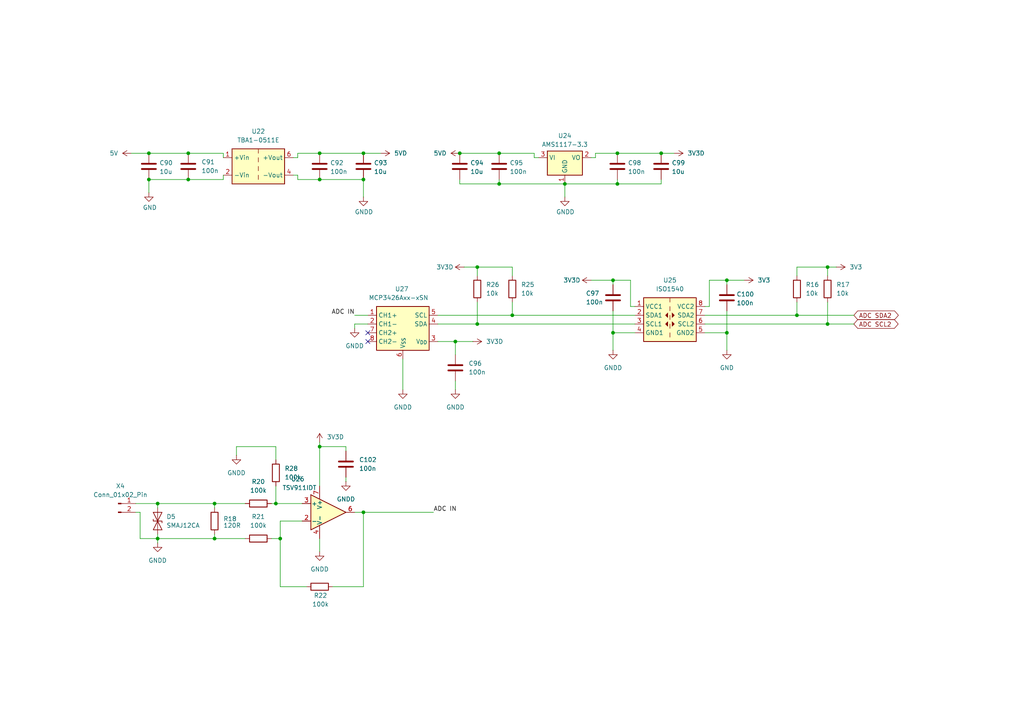
<source format=kicad_sch>
(kicad_sch (version 20250114) (generator "eeschema") (generator_version "9.0")
  (paper "A4")
  (title_block (date "2025-05-20") (rev "V1") (company "TVZ"))
  (lib_symbols
    (symbol "Amplifier_Operational:TSV911IDT" (pin_names (offset 0.127))
      (property "Reference" "U" (at 0 6.35 0))
      (property "Value" "TSV911IDT" (at 0 3.81 0))
      (symbol "TSV911IDT_0_1"
        (polyline (pts (xy -5.08 5.08) (xy 5.08 0) (xy -5.08 -5.08) (xy -5.08 5.08)) (stroke (width 0.254)) (fill (type background)))
      )
      (symbol "TSV911IDT_1_1"
        (pin input line (at -7.62 2.54 0) (length 2.54) (name "+") (number "3"))
        (pin input line (at -7.62 -2.54 0) (length 2.54) (name "-") (number "2"))
        (pin power_in line (at -2.54 7.62 270) (length 3.81) (name "V+") (number "7"))
        (pin no_connect line (at -2.54 2.54 270) (length 2.54) (hide yes) (name "NC") (number "1"))
        (pin power_in line (at -2.54 -7.62 90) (length 3.81) (name "V-") (number "4"))
        (pin no_connect line (at 0 2.54 270) (length 2.54) (hide yes) (name "NC") (number "5"))
        (pin no_connect line (at 0 -2.54 90) (length 2.54) (hide yes) (name "NC") (number "8"))
        (pin output line (at 7.62 0 180) (length 2.54) (name "~") (number "6"))
      )
    )
    (symbol "Analog_ADC:MCP3426Axx-xSN"
      (property "Reference" "U27" (at 2.1433 12.7 0))
      (property "Value" "MCP3426Axx-xSN" (at 2.1433 10.16 0))
      (symbol "MCP3426Axx-xSN_0_1"
        (rectangle (start -7.62 7.62) (end 7.62 -5.08) (stroke (width 0.254)) (fill (type background)))
      )
      (symbol "MCP3426Axx-xSN_1_1"
        (pin input line (at -10.16 5.08 0) (length 2.54) (name "CH1+") (number "1"))
        (pin input line (at -10.16 2.54 0) (length 2.54) (name "CH1-") (number "2"))
        (pin input line (at -10.16 0 0) (length 2.54) (name "CH2+") (number "7"))
        (pin input line (at -10.16 -2.54 0) (length 2.54) (name "CH2-") (number "8"))
        (pin power_in line (at 0 -7.62 90) (length 2.54) (name "V_{SS}") (number "6"))
        (pin input line (at 10.16 5.08 180) (length 2.54) (name "SCL") (number "5"))
        (pin bidirectional line (at 10.16 2.54 180) (length 2.54) (name "SDA") (number "4"))
        (pin power_in line (at 10.16 -2.54 180) (length 2.54) (name "V_{DD}") (number "3"))
      )
    )
    (symbol "Connector:Conn_01x02_Pin" (pin_names (offset 1.016) (hide yes))
      (property "Reference" "J" (at 0 2.54 0))
      (property "Value" "Conn_01x02_Pin" (at 0 -5.08 0))
      (symbol "Conn_01x02_Pin_1_1"
        (rectangle (start 0.8636 0.127) (end 0 -0.127) (stroke (width 0.1524)) (fill (type outline)))
        (rectangle (start 0.8636 -2.413) (end 0 -2.667) (stroke (width 0.1524)) (fill (type outline)))
        (polyline (pts (xy 1.27 0) (xy 0.8636 0)) (stroke (width 0.1524)))
        (polyline (pts (xy 1.27 -2.54) (xy 0.8636 -2.54)) (stroke (width 0.1524)))
        (pin passive line (at 5.08 0 180) (length 3.81) (name "Pin_1") (number "1"))
        (pin passive line (at 5.08 -2.54 180) (length 3.81) (name "Pin_2") (number "2"))
      )
    )
    (symbol "Converter_DCDC:TBA1-0511E"
      (property "Reference" "U" (at -6.35 6.35 0))
      (property "Value" "TBA1-0511E" (at 2.54 6.35 0))
      (symbol "TBA1-0511E_0_1"
        (rectangle (start -7.62 5.08) (end 7.62 -5.08) (stroke (width 0.254)) (fill (type background)))
        (polyline (pts (xy 0 5.08) (xy 0 3.81)))
        (polyline (pts (xy 0 2.54) (xy 0 1.27)))
        (polyline (pts (xy 0 0) (xy 0 -1.27)))
        (polyline (pts (xy 0 -2.54) (xy 0 -3.81)))
      )
      (symbol "TBA1-0511E_1_1"
        (pin power_in line (at -10.16 2.54 0) (length 2.54) (name "+Vin") (number "1"))
        (pin power_in line (at -10.16 -2.54 0) (length 2.54) (name "-Vin") (number "2"))
        (pin power_out line (at 10.16 2.54 180) (length 2.54) (name "+Vout") (number "6"))
        (pin power_out line (at 10.16 -2.54 180) (length 2.54) (name "-Vout") (number "4"))
      )
    )
    (symbol "Device:C" (pin_numbers (hide yes)) (pin_names (offset 0.254))
      (property "Reference" "C" (at 0.635 2.54 0))
      (property "Value" "C" (at 0.635 -2.54 0))
      (symbol "C_0_1"
        (polyline (pts (xy -2.032 0.762) (xy 2.032 0.762)) (stroke (width 0.508)))
        (polyline (pts (xy -2.032 -0.762) (xy 2.032 -0.762)) (stroke (width 0.508)))
      )
      (symbol "C_1_1"
        (pin passive line (at 0 3.81 270) (length 2.794) (name "~") (number "1"))
        (pin passive line (at 0 -3.81 90) (length 2.794) (name "~") (number "2"))
      )
    )
    (symbol "Device:R" (pin_numbers (hide yes)) (pin_names (offset 0))
      (property "Reference" "R" (at 2.032 0 90))
      (property "Value" "R" (at 0 0 90))
      (symbol "R_0_1"
        (rectangle (start -1.016 -2.54) (end 1.016 2.54) (stroke (width 0.254)))
      )
      (symbol "R_1_1"
        (pin passive line (at 0 3.81 270) (length 1.27) (name "~") (number "1"))
        (pin passive line (at 0 -3.81 90) (length 1.27) (name "~") (number "2"))
      )
    )
    (symbol "Diode:SMAJ12CA" (pin_numbers (hide yes)) (pin_names (offset 1.016) (hide yes))
      (property "Reference" "D" (at 0 2.54 0))
      (property "Value" "SMAJ12CA" (at 0 -2.54 0))
      (symbol "SMAJ12CA_0_1"
        (polyline (pts (xy -2.54 -1.27) (xy 0 0) (xy -2.54 1.27) (xy -2.54 -1.27)) (stroke (width 0.2032)))
        (polyline (pts (xy 0.508 1.27) (xy 0 1.27) (xy 0 -1.27) (xy -0.508 -1.27)) (stroke (width 0.2032)))
        (polyline (pts (xy 1.27 0) (xy -1.27 0)))
        (polyline (pts (xy 2.54 1.27) (xy 2.54 -1.27) (xy 0 0) (xy 2.54 1.27)) (stroke (width 0.2032)))
      )
      (symbol "SMAJ12CA_1_1"
        (pin passive line (at -3.81 0 0) (length 2.54) (name "A1") (number "1"))
        (pin passive line (at 3.81 0 180) (length 2.54) (name "A2") (number "2"))
      )
    )
    (symbol "Isolator:ISO1540"
      (property "Reference" "U" (at -6.35 6.35 0))
      (property "Value" "ISO1540" (at 3.81 6.35 0))
      (symbol "ISO1540_0_1"
        (rectangle (start -7.62 5.08) (end 7.62 -7.62) (stroke (width 0.254)) (fill (type background)))
        (polyline (pts (xy -0.635 0.635) (xy -1.27 0) (xy -0.635 -0.635) (xy -0.635 0.635)) (fill (type outline)))
        (polyline (pts (xy 0 5.08) (xy 0 3.81)))
        (polyline (pts (xy 0 2.54) (xy 0 1.27)))
        (polyline (pts (xy 0 0) (xy 0 -1.27)))
        (polyline (pts (xy 0 -2.54) (xy 0 -3.81)))
        (rectangle (start 0 -5.08) (end 0 -6.35))
        (polyline (pts (xy 0.635 0.635) (xy 1.27 0) (xy 0.635 -0.635) (xy 0.635 0.635)) (fill (type outline)))
        (polyline (pts (xy 0.635 -1.905) (xy 1.27 -2.54) (xy 0.635 -3.175) (xy 0.635 -1.905)) (fill (type outline)))
      )
      (symbol "ISO1540_1_1"
        (polyline (pts (xy -0.635 -1.905) (xy -1.27 -2.54) (xy -0.635 -3.175) (xy -0.635 -1.905)) (fill (type outline)))
        (pin power_in line (at -10.16 2.54 0) (length 2.54) (name "VCC1") (number "1"))
        (pin bidirectional line (at -10.16 0 0) (length 2.54) (name "SDA1") (number "2"))
        (pin bidirectional line (at -10.16 -2.54 0) (length 2.54) (name "SCL1") (number "3"))
        (pin power_in line (at -10.16 -5.08 0) (length 2.54) (name "GND1") (number "4"))
        (pin power_in line (at 10.16 2.54 180) (length 2.54) (name "VCC2") (number "8"))
        (pin bidirectional line (at 10.16 0 180) (length 2.54) (name "SDA2") (number "7"))
        (pin bidirectional line (at 10.16 -2.54 180) (length 2.54) (name "SCL2") (number "6"))
        (pin power_in line (at 10.16 -5.08 180) (length 2.54) (name "GND2") (number "5"))
      )
    )
    (symbol "Regulator_Linear:AMS1117-3.3"
      (property "Reference" "U" (at -3.81 3.175 0))
      (property "Value" "AMS1117-3.3" (at 0 3.175 0))
      (symbol "AMS1117-3.3_0_1"
        (rectangle (start -5.08 -5.08) (end 5.08 1.905) (stroke (width 0.254)) (fill (type background)))
      )
      (symbol "AMS1117-3.3_1_1"
        (pin power_in line (at -7.62 0 0) (length 2.54) (name "VI") (number "3"))
        (pin power_in line (at 0 -7.62 90) (length 2.54) (name "GND") (number "1"))
        (pin power_out line (at 7.62 0 180) (length 2.54) (name "VO") (number "2"))
      )
    )
    (symbol "power:+24V" (power) (pin_numbers (hide yes)) (pin_names (offset 0) (hide yes))
      (property "Value" "+24V" (at 0 3.556 0))
      (symbol "+24V_0_1"
        (polyline (pts (xy -0.762 1.27) (xy 0 2.54)))
        (polyline (pts (xy 0 2.54) (xy 0.762 1.27)))
        (polyline (pts (xy 0 0) (xy 0 2.54)))
      )
      (symbol "+24V_1_1"
        (pin power_in line (at 0 0 90) (length 0) (name "~") (number "1"))
      )
    )
    (symbol "power:+5V" (power) (pin_numbers (hide yes)) (pin_names (offset 0) (hide yes))
      (property "Value" "+5V" (at 0 3.556 0))
      (symbol "+5V_0_1"
        (polyline (pts (xy -0.762 1.27) (xy 0 2.54)))
        (polyline (pts (xy 0 2.54) (xy 0.762 1.27)))
        (polyline (pts (xy 0 0) (xy 0 2.54)))
      )
      (symbol "+5V_1_1"
        (pin power_in line (at 0 0 90) (length 0) (name "~") (number "1"))
      )
    )
    (symbol "power:GND" (power) (pin_numbers (hide yes)) (pin_names (offset 0) (hide yes))
      (property "Value" "GND" (at 0 -3.81 0))
      (symbol "GND_0_1"
        (polyline (pts (xy 0 0) (xy 0 -1.27) (xy 1.27 -1.27) (xy 0 -2.54) (xy -1.27 -1.27) (xy 0 -1.27)))
      )
      (symbol "GND_1_1"
        (pin power_in line (at 0 0 270) (length 0) (name "~") (number "1"))
      )
    )
    (symbol "power:GND2" (power) (pin_numbers (hide yes)) (pin_names (offset 0) (hide yes))
      (property "Value" "GND2" (at 0 -3.81 0))
      (symbol "GND2_0_1"
        (polyline (pts (xy 0 0) (xy 0 -1.27) (xy 1.27 -1.27) (xy 0 -2.54) (xy -1.27 -1.27) (xy 0 -1.27)))
      )
      (symbol "GND2_1_1"
        (pin power_in line (at 0 0 270) (length 0) (name "~") (number "1"))
      )
    )
  )
  (junction (at 138.43 93.98))
  (junction (at 138.43 77.47))
  (junction (at 240.03 77.47))
  (junction (at 148.59 91.44))
  (junction (at 92.71 44.45))
  (junction (at 54.61 52.07))
  (junction (at 80.01 146.05))
  (junction (at 144.78 53.34))
  (junction (at 105.41 44.45))
  (junction (at 62.23 156.21))
  (junction (at 105.41 148.59))
  (junction (at 45.72 146.05))
  (junction (at 179.07 44.45))
  (junction (at 133.35 44.45))
  (junction (at 144.78 44.45))
  (junction (at 92.71 129.54))
  (junction (at 43.18 44.45))
  (junction (at 231.14 91.44))
  (junction (at 163.83 53.34))
  (junction (at 54.61 44.45))
  (junction (at 105.41 52.07))
  (junction (at 132.08 99.06))
  (junction (at 62.23 146.05))
  (junction (at 177.8 81.28))
  (junction (at 43.18 52.07))
  (junction (at 81.28 156.21))
  (junction (at 177.8 96.52))
  (junction (at 179.07 53.34))
  (junction (at 210.82 96.52))
  (junction (at 210.82 81.28))
  (junction (at 45.72 156.21))
  (junction (at 92.71 52.07))
  (junction (at 240.03 93.98))
  (junction (at 191.77 44.45))
  (no_connect (at 106.68 96.52))
  (no_connect (at 106.68 99.06))
  (wire (pts (xy 205.74 81.28) (xy 210.82 81.28)))
  (wire (pts (xy 184.15 88.9) (xy 182.88 88.9)))
  (wire (pts (xy 81.28 170.18) (xy 88.9 170.18)))
  (wire (pts (xy 45.72 146.05) (xy 45.72 147.32)))
  (wire (pts (xy 92.71 44.45) (xy 105.41 44.45)))
  (wire (pts (xy 78.74 146.05) (xy 80.01 146.05)))
  (wire (pts (xy 54.61 52.07) (xy 64.77 52.07)))
  (wire (pts (xy 81.28 151.13) (xy 81.28 156.21)))
  (wire (pts (xy 210.82 81.28) (xy 215.9 81.28)))
  (wire (pts (xy 92.71 52.07) (xy 105.41 52.07)))
  (wire (pts (xy 62.23 156.21) (xy 71.12 156.21)))
  (wire (pts (xy 80.01 140.97) (xy 80.01 146.05)))
  (wire (pts (xy 127 93.98) (xy 138.43 93.98)))
  (wire (pts (xy 171.45 45.72) (xy 172.72 45.72)))
  (wire (pts (xy 92.71 129.54) (xy 100.33 129.54)))
  (wire (pts (xy 43.18 52.07) (xy 54.61 52.07)))
  (wire (pts (xy 38.1 44.45) (xy 43.18 44.45)))
  (wire (pts (xy 240.03 77.47) (xy 240.03 80.01)))
  (wire (pts (xy 86.36 50.8) (xy 86.36 52.07)))
  (wire (pts (xy 86.36 52.07) (xy 92.71 52.07)))
  (wire (pts (xy 86.36 45.72) (xy 86.36 44.45)))
  (wire (pts (xy 177.8 96.52) (xy 177.8 101.6)))
  (wire (pts (xy 138.43 77.47) (xy 148.59 77.47)))
  (wire (pts (xy 62.23 147.32) (xy 62.23 146.05)))
  (wire (pts (xy 182.88 88.9) (xy 182.88 81.28)))
  (wire (pts (xy 210.82 81.28) (xy 210.82 82.55)))
  (wire (pts (xy 247.65 91.44) (xy 231.14 91.44)))
  (wire (pts (xy 179.07 53.34) (xy 191.77 53.34)))
  (wire (pts (xy 92.71 128.27) (xy 92.71 129.54)))
  (wire (pts (xy 231.14 87.63) (xy 231.14 91.44)))
  (wire (pts (xy 45.72 156.21) (xy 45.72 157.48)))
  (wire (pts (xy 45.72 154.94) (xy 45.72 156.21)))
  (wire (pts (xy 138.43 80.01) (xy 138.43 77.47)))
  (wire (pts (xy 210.82 101.6) (xy 210.82 96.52)))
  (wire (pts (xy 231.14 77.47) (xy 240.03 77.47)))
  (wire (pts (xy 85.09 50.8) (xy 86.36 50.8)))
  (wire (pts (xy 177.8 90.17) (xy 177.8 96.52)))
  (wire (pts (xy 45.72 146.05) (xy 62.23 146.05)))
  (wire (pts (xy 92.71 156.21) (xy 92.71 160.02)))
  (wire (pts (xy 172.72 44.45) (xy 179.07 44.45)))
  (wire (pts (xy 68.58 129.54) (xy 80.01 129.54)))
  (wire (pts (xy 138.43 93.98) (xy 184.15 93.98)))
  (wire (pts (xy 62.23 146.05) (xy 71.12 146.05)))
  (wire (pts (xy 39.37 146.05) (xy 45.72 146.05)))
  (wire (pts (xy 191.77 44.45) (xy 195.58 44.45)))
  (wire (pts (xy 133.35 44.45) (xy 144.78 44.45)))
  (wire (pts (xy 43.18 52.07) (xy 43.18 55.88)))
  (wire (pts (xy 134.62 77.47) (xy 138.43 77.47)))
  (wire (pts (xy 116.84 104.14) (xy 116.84 113.03)))
  (wire (pts (xy 154.94 44.45) (xy 144.78 44.45)))
  (wire (pts (xy 85.09 45.72) (xy 86.36 45.72)))
  (wire (pts (xy 132.08 99.06) (xy 132.08 102.87)))
  (wire (pts (xy 40.64 148.59) (xy 40.64 156.21)))
  (wire (pts (xy 62.23 154.94) (xy 62.23 156.21)))
  (wire (pts (xy 163.83 53.34) (xy 179.07 53.34)))
  (wire (pts (xy 80.01 146.05) (xy 87.63 146.05)))
  (wire (pts (xy 64.77 52.07) (xy 64.77 50.8)))
  (wire (pts (xy 102.87 93.98) (xy 106.68 93.98)))
  (wire (pts (xy 210.82 96.52) (xy 204.47 96.52)))
  (wire (pts (xy 191.77 52.07) (xy 191.77 53.34)))
  (wire (pts (xy 179.07 52.07) (xy 179.07 53.34)))
  (wire (pts (xy 100.33 138.43) (xy 100.33 139.7)))
  (wire (pts (xy 148.59 91.44) (xy 184.15 91.44)))
  (wire (pts (xy 40.64 156.21) (xy 45.72 156.21)))
  (wire (pts (xy 204.47 91.44) (xy 231.14 91.44)))
  (wire (pts (xy 154.94 45.72) (xy 154.94 44.45)))
  (wire (pts (xy 102.87 91.44) (xy 106.68 91.44)))
  (wire (pts (xy 172.72 45.72) (xy 172.72 44.45)))
  (wire (pts (xy 105.41 148.59) (xy 125.73 148.59)))
  (wire (pts (xy 105.41 44.45) (xy 110.49 44.45)))
  (wire (pts (xy 148.59 77.47) (xy 148.59 80.01)))
  (wire (pts (xy 240.03 77.47) (xy 242.57 77.47)))
  (wire (pts (xy 87.63 151.13) (xy 81.28 151.13)))
  (wire (pts (xy 68.58 132.08) (xy 68.58 129.54)))
  (wire (pts (xy 210.82 90.17) (xy 210.82 96.52)))
  (wire (pts (xy 156.21 45.72) (xy 154.94 45.72)))
  (wire (pts (xy 177.8 81.28) (xy 177.8 82.55)))
  (wire (pts (xy 78.74 156.21) (xy 81.28 156.21)))
  (wire (pts (xy 105.41 170.18) (xy 105.41 148.59)))
  (wire (pts (xy 148.59 87.63) (xy 148.59 91.44)))
  (wire (pts (xy 171.45 81.28) (xy 177.8 81.28)))
  (wire (pts (xy 80.01 129.54) (xy 80.01 133.35)))
  (wire (pts (xy 205.74 88.9) (xy 205.74 81.28)))
  (wire (pts (xy 163.83 53.34) (xy 163.83 57.15)))
  (wire (pts (xy 177.8 81.28) (xy 182.88 81.28)))
  (wire (pts (xy 127 99.06) (xy 132.08 99.06)))
  (wire (pts (xy 247.65 93.98) (xy 240.03 93.98)))
  (wire (pts (xy 45.72 156.21) (xy 62.23 156.21)))
  (wire (pts (xy 39.37 148.59) (xy 40.64 148.59)))
  (wire (pts (xy 138.43 87.63) (xy 138.43 93.98)))
  (wire (pts (xy 127 91.44) (xy 148.59 91.44)))
  (wire (pts (xy 102.87 93.98) (xy 102.87 95.25)))
  (wire (pts (xy 81.28 156.21) (xy 81.28 170.18)))
  (wire (pts (xy 132.08 110.49) (xy 132.08 113.03)))
  (wire (pts (xy 240.03 87.63) (xy 240.03 93.98)))
  (wire (pts (xy 144.78 53.34) (xy 163.83 53.34)))
  (wire (pts (xy 231.14 80.01) (xy 231.14 77.47)))
  (wire (pts (xy 92.71 129.54) (xy 92.71 140.97)))
  (wire (pts (xy 100.33 130.81) (xy 100.33 129.54)))
  (wire (pts (xy 105.41 52.07) (xy 105.41 57.15)))
  (wire (pts (xy 133.35 53.34) (xy 144.78 53.34)))
  (wire (pts (xy 144.78 52.07) (xy 144.78 53.34)))
  (wire (pts (xy 133.35 52.07) (xy 133.35 53.34)))
  (wire (pts (xy 132.08 99.06) (xy 137.16 99.06)))
  (wire (pts (xy 54.61 44.45) (xy 64.77 44.45)))
  (wire (pts (xy 43.18 44.45) (xy 54.61 44.45)))
  (wire (pts (xy 204.47 88.9) (xy 205.74 88.9)))
  (wire (pts (xy 64.77 44.45) (xy 64.77 45.72)))
  (wire (pts (xy 179.07 44.45) (xy 191.77 44.45)))
  (wire (pts (xy 240.03 93.98) (xy 204.47 93.98)))
  (wire (pts (xy 105.41 148.59) (xy 102.87 148.59)))
  (wire (pts (xy 96.52 170.18) (xy 105.41 170.18)))
  (wire (pts (xy 184.15 96.52) (xy 177.8 96.52)))
  (wire (pts (xy 86.36 44.45) (xy 92.71 44.45)))
  (label "ADC IN" (at 125.73 148.59 0))
  (label "ADC IN" (at 102.87 91.44 180))
  (global_label "ADC SCL2" (shape bidirectional) (at 247.65 93.98 0) (property "Intersheetrefs" "${INTERSHEET_REFS}" (effects (hide yes))))
  (global_label "ADC SDA2" (shape bidirectional) (at 247.65 91.44 0) (property "Intersheetrefs" "${INTERSHEET_REFS}" (effects (hide yes))))
  (symbol (lib_id "power:+24V") (at 137.16 99.06 270) (unit 1)
    (property "Reference" "#PWR0125" (effects (hide yes)))
    (property "Value" "3V3D" (at 140.97 99.0599 90) (effects (justify left)))
    (property "Description" "Power symbol creates a global label with name \"+24V\"" (effects (hide yes)))
  )
  (symbol (lib_id "Converter_DCDC:TBA1-0511E") (at 74.93 48.26 0) (unit 1)
    (property "Reference" "U22" (at 74.93 38.1 0))
    (property "Value" "TBA1-0511E" (at 74.93 40.64 0))
    (property "Footprint" "Converter_DCDC:Converter_DCDC_TRACO_TBA1-xxxxE_Single_THT" (effects (hide yes)))
    (property "Datasheet" "https://www.tracopower.com/products/tba1e.pdf" (effects (hide yes)))
    (property "Description" "1W DC/DC converter unregulated, 4.5-5.5V input, 5V fixed output voltage, 200mA output, 1.5kVDC isolation, SIP-7" (effects (hide yes)))
  )
  (symbol (lib_id "power:GND2") (at 105.41 57.15 0) (unit 1)
    (property "Reference" "#PWR0119" (effects (hide yes)))
    (property "Value" "GNDD" (at 102.87 61.468 0) (effects (justify left)))
    (property "Description" "Power symbol creates a global label with name \"GND2\" , ground" (effects (hide yes)))
  )
  (symbol (lib_id "Device:R") (at 92.71 170.18 90) (unit 1)
    (property "Reference" "R22" (at 92.964 172.72 90))
    (property "Value" "100k" (at 92.964 175.26 90))
    (property "Footprint" "Resistor_SMD:R_1210_3225Metric" (effects (hide yes)))
    (property "Description" "Resistor" (effects (hide yes)))
  )
  (symbol (lib_id "Device:C") (at 210.82 86.36 0) (unit 1)
    (property "Reference" "C100" (at 213.614 85.344 0) (effects (justify left)))
    (property "Value" "100n" (at 213.614 87.884 0) (effects (justify left)))
    (property "Footprint" "Capacitor_SMD:C_1206_3216Metric_Pad1.33x1.80mm_HandSolder" (effects (hide yes)))
    (property "Description" "Unpolarized capacitor" (effects (hide yes)))
  )
  (symbol (lib_id "Device:R") (at 80.01 137.16 180) (unit 1)
    (property "Reference" "R28" (at 82.55 135.8899 0) (effects (justify right)))
    (property "Value" "100k" (at 82.55 138.4299 0) (effects (justify right)))
    (property "Footprint" "Resistor_SMD:R_1210_3225Metric" (effects (hide yes)))
    (property "Description" "Resistor" (effects (hide yes)))
  )
  (symbol (lib_id "Analog_ADC:MCP3426Axx-xSN") (at 116.84 96.52 0) (unit 1)
    (property "Reference" "U27" (at 114.554 83.82 0) (effects (justify left)))
    (property "Value" "MCP3426Axx-xSN" (at 106.934 86.36 0) (effects (justify left)))
    (property "Footprint" "Package_SO:SOIC-8_3.9x4.9mm_P1.27mm" (effects (hide yes)))
    (property "Datasheet" "http://ww1.microchip.com/downloads/en/DeviceDoc/22226a.pdf" (effects (hide yes)))
    (property "Description" "16-Bit, Multi-Channel ΔΣ Analog-to-Digital Converter with I2C Interface and On-Board Reference, SOIC-8" (effects (hide yes)))
  )
  (symbol (lib_id "power:+24V") (at 242.57 77.47 270) (unit 1)
    (property "Reference" "#PWR0133" (effects (hide yes)))
    (property "Value" "3V3" (at 246.38 77.4699 90) (effects (justify left)))
    (property "Description" "Power symbol creates a global label with name \"+24V\"" (effects (hide yes)))
  )
  (symbol (lib_id "Device:R") (at 240.03 83.82 0) (unit 1)
    (property "Reference" "R17" (at 242.57 82.5499 0) (effects (justify left)))
    (property "Value" "10k" (at 242.57 85.0899 0) (effects (justify left)))
    (property "Footprint" "Resistor_SMD:R_0805_2012Metric_Pad1.20x1.40mm_HandSolder" (effects (hide yes)))
    (property "Description" "Resistor" (effects (hide yes)))
  )
  (symbol (lib_id "Regulator_Linear:AMS1117-3.3") (at 163.83 45.72 0) (unit 1)
    (property "Reference" "U24" (at 163.83 39.37 0))
    (property "Value" "AMS1117-3.3" (at 163.83 41.91 0))
    (property "Footprint" "Package_TO_SOT_SMD:SOT-223-3_TabPin2" (effects (hide yes)))
    (property "Datasheet" "http://www.advanced-monolithic.com/pdf/ds1117.pdf" (effects (hide yes)))
    (property "Description" "1A Low Dropout regulator, positive, 3.3V fixed output, SOT-223" (effects (hide yes)))
  )
  (symbol (lib_id "Isolator:ISO1540") (at 194.31 91.44 0) (unit 1)
    (property "Reference" "U25" (at 194.31 81.28 0))
    (property "Value" "ISO1540" (at 194.31 83.82 0))
    (property "Footprint" "Package_SO:SOIC-8_3.9x4.9mm_P1.27mm" (effects (hide yes)))
    (property "Datasheet" "http://www.ti.com/lit/ds/symlink/iso1541.pdf" (effects (hide yes)))
    (property "Description" "I2C Isolator, 2.5 kVrms, Bidirectional clock and data, SOIC-8" (effects (hide yes)))
  )
  (symbol (lib_id "power:GND") (at 116.84 113.03 0) (unit 1)
    (property "Reference" "#PWR0123" (effects (hide yes)))
    (property "Value" "GNDD" (at 116.84 118.11 0))
    (property "Description" "Power symbol creates a global label with name \"GND\" , ground" (effects (hide yes)))
  )
  (symbol (lib_id "power:+24V") (at 133.35 44.45 90) (unit 1)
    (property "Reference" "#PWR0122" (effects (hide yes)))
    (property "Value" "5VD" (at 129.54 44.4499 90) (effects (justify left)))
    (property "Description" "Power symbol creates a global label with name \"+24V\"" (effects (hide yes)))
  )
  (symbol (lib_id "Device:R") (at 62.23 151.13 0) (unit 1)
    (property "Reference" "R18" (at 64.77 150.4949 0) (effects (justify left)))
    (property "Value" "120R" (at 64.77 152.4 0) (effects (justify left)))
    (property "Footprint" "Resistor_SMD:R_1210_3225Metric" (effects (hide yes)))
    (property "Description" "Resistor" (effects (hide yes)))
  )
  (symbol (lib_id "Device:C") (at 92.71 48.26 180) (unit 1)
    (property "Reference" "C92" (at 95.758 47.244 0) (effects (justify right)))
    (property "Value" "100n" (at 95.758 49.784 0) (effects (justify right)))
    (property "Footprint" "Capacitor_SMD:C_1206_3216Metric_Pad1.33x1.80mm_HandSolder" (effects (hide yes)))
    (property "Description" "Unpolarized capacitor" (effects (hide yes)))
  )
  (symbol (lib_id "power:+24V") (at 195.58 44.45 270) (unit 1)
    (property "Reference" "#PWR0129" (effects (hide yes)))
    (property "Value" "3V3D" (at 199.39 44.4499 90) (effects (justify left)))
    (property "Description" "Power symbol creates a global label with name \"+24V\"" (effects (hide yes)))
  )
  (symbol (lib_id "Amplifier_Operational:TSV911IDT") (at 95.25 148.59 0) (unit 1)
    (property "Reference" "U26" (at 86.36 138.938 0))
    (property "Value" "TSV911IDT" (at 86.868 141.478 0))
    (property "Footprint" "Package_SO:SOIC-8_3.9x4.9mm_P1.27mm" (effects (hide yes)))
    (property "Datasheet" "www.st.com/resource/en/datasheet/tsv911.pdf" (effects (hide yes)))
    (property "Description" "Single rail-to-rail input/output 8 MHz operational amplifiers, SOIC-8" (effects (hide yes)))
  )
  (symbol (lib_id "power:GND") (at 45.72 157.48 0) (unit 1)
    (property "Reference" "#PWR0137" (effects (hide yes)))
    (property "Value" "GNDD" (at 45.72 162.56 0))
    (property "Description" "Power symbol creates a global label with name \"GND\" , ground" (effects (hide yes)))
  )
  (symbol (lib_id "power:GND") (at 132.08 113.03 0) (unit 1)
    (property "Reference" "#PWR0124" (effects (hide yes)))
    (property "Value" "GNDD" (at 132.08 118.11 0))
    (property "Description" "Power symbol creates a global label with name \"GND\" , ground" (effects (hide yes)))
  )
  (symbol (lib_id "Diode:SMAJ12CA") (at 45.72 151.13 90) (unit 1)
    (property "Reference" "D5" (at 48.26 149.8599 90) (effects (justify right)))
    (property "Value" "SMAJ12CA" (at 48.26 152.3999 90) (effects (justify right)))
    (property "Footprint" "Diode_SMD:D_SMA" (effects (hide yes)))
    (property "Datasheet" "https://www.littelfuse.com/media?resourcetype=datasheets&itemid=75e32973-b177-4ee3-a0ff-cedaf1abdb93&filename=smaj-datasheet" (effects (hide yes)))
    (property "Description" "400W bidirectional Transient Voltage Suppressor, 12.0Vr, SMA(DO-214AC)" (effects (hide yes)))
  )
  (symbol (lib_id "Device:R") (at 74.93 146.05 90) (unit 1)
    (property "Reference" "R20" (at 74.93 139.7 90))
    (property "Value" "100k" (at 74.93 142.24 90))
    (property "Footprint" "Resistor_SMD:R_1210_3225Metric" (effects (hide yes)))
    (property "Description" "Resistor" (effects (hide yes)))
  )
  (symbol (lib_id "Device:R") (at 74.93 156.21 90) (unit 1)
    (property "Reference" "R21" (at 74.93 149.86 90))
    (property "Value" "100k" (at 74.93 152.4 90))
    (property "Footprint" "Resistor_SMD:R_1210_3225Metric" (effects (hide yes)))
    (property "Description" "Resistor" (effects (hide yes)))
  )
  (symbol (lib_id "Device:C") (at 43.18 48.26 180) (unit 1)
    (property "Reference" "C90" (at 46.228 47.244 0) (effects (justify right)))
    (property "Value" "10u" (at 46.228 49.784 0) (effects (justify right)))
    (property "Footprint" "Capacitor_SMD:C_1206_3216Metric_Pad1.33x1.80mm_HandSolder" (effects (hide yes)))
    (property "Description" "Unpolarized capacitor" (effects (hide yes)))
  )
  (symbol (lib_id "power:GND") (at 92.71 160.02 0) (unit 1)
    (property "Reference" "#PWR0134" (effects (hide yes)))
    (property "Value" "GNDD" (at 92.71 165.1 0))
    (property "Description" "Power symbol creates a global label with name \"GND\" , ground" (effects (hide yes)))
  )
  (symbol (lib_id "Device:C") (at 144.78 48.26 180) (unit 1)
    (property "Reference" "C95" (at 147.828 47.244 0) (effects (justify right)))
    (property "Value" "100n" (at 147.828 49.784 0) (effects (justify right)))
    (property "Footprint" "Capacitor_SMD:C_1206_3216Metric_Pad1.33x1.80mm_HandSolder" (effects (hide yes)))
    (property "Description" "Unpolarized capacitor" (effects (hide yes)))
  )
  (symbol (lib_id "power:+24V") (at 92.71 128.27 0) (unit 1)
    (property "Reference" "#PWR0135" (effects (hide yes)))
    (property "Value" "3V3D" (at 97.282 126.746 0))
    (property "Description" "Power symbol creates a global label with name \"+24V\"" (effects (hide yes)))
  )
  (symbol (lib_id "Device:C") (at 54.61 48.26 180) (unit 1)
    (property "Reference" "C91" (at 58.42 46.9899 0) (effects (justify right)))
    (property "Value" "100n" (at 58.42 49.5299 0) (effects (justify right)))
    (property "Footprint" "Capacitor_SMD:C_1206_3216Metric_Pad1.33x1.80mm_HandSolder" (effects (hide yes)))
    (property "Description" "Unpolarized capacitor" (effects (hide yes)))
  )
  (symbol (lib_id "Device:R") (at 148.59 83.82 0) (unit 1)
    (property "Reference" "R25" (at 151.13 82.5499 0) (effects (justify left)))
    (property "Value" "10k" (at 151.13 85.0899 0) (effects (justify left)))
    (property "Footprint" "Resistor_SMD:R_0805_2012Metric_Pad1.20x1.40mm_HandSolder" (effects (hide yes)))
    (property "Description" "Resistor" (effects (hide yes)))
  )
  (symbol (lib_id "power:+24V") (at 215.9 81.28 270) (unit 1)
    (property "Reference" "#PWR0131" (effects (hide yes)))
    (property "Value" "3V3" (at 219.71 81.2799 90) (effects (justify left)))
    (property "Description" "Power symbol creates a global label with name \"+24V\"" (effects (hide yes)))
  )
  (symbol (lib_id "Device:C") (at 105.41 48.26 180) (unit 1)
    (property "Reference" "C93" (at 108.458 47.244 0) (effects (justify right)))
    (property "Value" "10u" (at 108.458 49.784 0) (effects (justify right)))
    (property "Footprint" "Capacitor_SMD:C_1206_3216Metric_Pad1.33x1.80mm_HandSolder" (effects (hide yes)))
    (property "Description" "Unpolarized capacitor" (effects (hide yes)))
  )
  (symbol (lib_id "Device:C") (at 132.08 106.68 0) (unit 1)
    (property "Reference" "C96" (at 135.89 105.4099 0) (effects (justify left)))
    (property "Value" "100n" (at 135.89 107.9499 0) (effects (justify left)))
    (property "Footprint" "Capacitor_SMD:C_1206_3216Metric_Pad1.33x1.80mm_HandSolder" (effects (hide yes)))
    (property "Description" "Unpolarized capacitor" (effects (hide yes)))
  )
  (symbol (lib_id "power:GND") (at 102.87 95.25 0) (unit 1)
    (property "Reference" "#PWR0132" (effects (hide yes)))
    (property "Value" "GNDD" (at 102.87 100.33 0))
    (property "Description" "Power symbol creates a global label with name \"GND\" , ground" (effects (hide yes)))
  )
  (symbol (lib_id "Device:R") (at 138.43 83.82 0) (unit 1)
    (property "Reference" "R26" (at 140.97 82.5499 0) (effects (justify left)))
    (property "Value" "10k" (at 140.97 85.0899 0) (effects (justify left)))
    (property "Footprint" "Resistor_SMD:R_0805_2012Metric_Pad1.20x1.40mm_HandSolder" (effects (hide yes)))
    (property "Description" "Resistor" (effects (hide yes)))
  )
  (symbol (lib_id "power:+24V") (at 110.49 44.45 270) (unit 1)
    (property "Reference" "#PWR0120" (effects (hide yes)))
    (property "Value" "5VD" (at 114.3 44.4499 90) (effects (justify left)))
    (property "Description" "Power symbol creates a global label with name \"+24V\"" (effects (hide yes)))
  )
  (symbol (lib_id "Device:C") (at 191.77 48.26 180) (unit 1)
    (property "Reference" "C99" (at 194.818 47.244 0) (effects (justify right)))
    (property "Value" "10u" (at 194.818 49.784 0) (effects (justify right)))
    (property "Footprint" "Capacitor_SMD:C_1206_3216Metric_Pad1.33x1.80mm_HandSolder" (effects (hide yes)))
    (property "Description" "Unpolarized capacitor" (effects (hide yes)))
  )
  (symbol (lib_id "Connector:Conn_01x02_Pin") (at 34.29 146.05 0) (unit 1)
    (property "Reference" "X4" (at 34.925 140.97 0))
    (property "Value" "Conn_01x02_Pin" (at 34.925 143.51 0))
    (property "Footprint" "Connector_Phoenix_GMSTB:PhoenixContact_GMSTBA_2,5_2-G-7,62_1x02_P7.62mm_Horizontal" (effects (hide yes)))
    (property "Description" "Generic connector, single row, 01x02, script generated" (effects (hide yes)))
  )
  (symbol (lib_id "power:GND2") (at 43.18 55.88 0) (unit 1)
    (property "Reference" "#PWR0118" (effects (hide yes)))
    (property "Value" "GND" (at 41.402 60.198 0) (effects (justify left)))
    (property "Description" "Power symbol creates a global label with name \"GND2\" , ground" (effects (hide yes)))
  )
  (symbol (lib_id "power:GND") (at 68.58 132.08 0) (unit 1)
    (property "Reference" "#PWR0140" (effects (hide yes)))
    (property "Value" "GNDD" (at 68.58 137.16 0))
    (property "Description" "Power symbol creates a global label with name \"GND\" , ground" (effects (hide yes)))
  )
  (symbol (lib_id "power:GND") (at 210.82 101.6 0) (unit 1)
    (property "Reference" "#PWR0130" (effects (hide yes)))
    (property "Value" "GND" (at 210.82 106.68 0))
    (property "Description" "Power symbol creates a global label with name \"GND\" , ground" (effects (hide yes)))
  )
  (symbol (lib_id "Device:C") (at 100.33 134.62 0) (unit 1)
    (property "Reference" "C102" (at 104.14 133.3499 0) (effects (justify left)))
    (property "Value" "100n" (at 104.14 135.8899 0) (effects (justify left)))
    (property "Footprint" "Capacitor_SMD:C_1206_3216Metric_Pad1.33x1.80mm_HandSolder" (effects (hide yes)))
    (property "Description" "Unpolarized capacitor" (effects (hide yes)))
  )
  (symbol (lib_id "Device:C") (at 179.07 48.26 180) (unit 1)
    (property "Reference" "C98" (at 182.118 47.244 0) (effects (justify right)))
    (property "Value" "100n" (at 182.118 49.784 0) (effects (justify right)))
    (property "Footprint" "Capacitor_SMD:C_1206_3216Metric_Pad1.33x1.80mm_HandSolder" (effects (hide yes)))
    (property "Description" "Unpolarized capacitor" (effects (hide yes)))
  )
  (symbol (lib_id "power:GND2") (at 163.83 57.15 0) (unit 1)
    (property "Reference" "#PWR0126" (effects (hide yes)))
    (property "Value" "GNDD" (at 161.29 61.468 0) (effects (justify left)))
    (property "Description" "Power symbol creates a global label with name \"GND2\" , ground" (effects (hide yes)))
  )
  (symbol (lib_id "Device:C") (at 133.35 48.26 180) (unit 1)
    (property "Reference" "C94" (at 136.398 47.244 0) (effects (justify right)))
    (property "Value" "10u" (at 136.398 49.784 0) (effects (justify right)))
    (property "Footprint" "Capacitor_SMD:C_1206_3216Metric_Pad1.33x1.80mm_HandSolder" (effects (hide yes)))
    (property "Description" "Unpolarized capacitor" (effects (hide yes)))
  )
  (symbol (lib_id "power:+5V") (at 38.1 44.45 90) (unit 1)
    (property "Reference" "#PWR0103" (effects (hide yes)))
    (property "Value" "5V" (at 34.29 44.4499 90) (effects (justify left)))
    (property "Description" "Power symbol creates a global label with name \"+5V\"" (effects (hide yes)))
  )
  (symbol (lib_id "Device:C") (at 177.8 86.36 0) (unit 1)
    (property "Reference" "C97" (at 169.926 85.09 0) (effects (justify left)))
    (property "Value" "100n" (at 169.926 87.63 0) (effects (justify left)))
    (property "Footprint" "Capacitor_SMD:C_1206_3216Metric_Pad1.33x1.80mm_HandSolder" (effects (hide yes)))
    (property "Description" "Unpolarized capacitor" (effects (hide yes)))
  )
  (symbol (lib_id "power:+24V") (at 171.45 81.28 90) (unit 1)
    (property "Reference" "#PWR0127" (effects (hide yes)))
    (property "Value" "3V3D" (at 165.862 81.28 90))
    (property "Description" "Power symbol creates a global label with name \"+24V\"" (effects (hide yes)))
  )
  (symbol (lib_id "Device:R") (at 231.14 83.82 0) (unit 1)
    (property "Reference" "R16" (at 233.68 82.5499 0) (effects (justify left)))
    (property "Value" "10k" (at 233.68 85.0899 0) (effects (justify left)))
    (property "Footprint" "Resistor_SMD:R_0805_2012Metric_Pad1.20x1.40mm_HandSolder" (effects (hide yes)))
    (property "Description" "Resistor" (effects (hide yes)))
  )
  (symbol (lib_id "power:+24V") (at 134.62 77.47 90) (unit 1)
    (property "Reference" "#PWR0100" (effects (hide yes)))
    (property "Value" "3V3D" (at 129.032 77.47 90))
    (property "Description" "Power symbol creates a global label with name \"+24V\"" (effects (hide yes)))
  )
  (symbol (lib_id "power:GND") (at 100.33 139.7 0) (unit 1)
    (property "Reference" "#PWR0138" (effects (hide yes)))
    (property "Value" "GNDD" (at 100.33 144.78 0))
    (property "Description" "Power symbol creates a global label with name \"GND\" , ground" (effects (hide yes)))
  )
  (symbol (lib_id "power:GND") (at 177.8 101.6 0) (unit 1)
    (property "Reference" "#PWR0128" (effects (hide yes)))
    (property "Value" "GNDD" (at 177.8 106.68 0))
    (property "Description" "Power symbol creates a global label with name \"GND\" , ground" (effects (hide yes)))
  )
)
</source>
